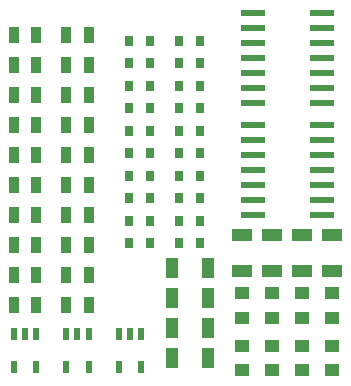
<source format=gbr>
G04 GENERATED BY PULSONIX 12.5 GERBER.DLL 9449*
G04 #@! TF.GenerationSoftware,Pulsonix,Pulsonix,12.5.9449*
G04 #@! TF.CreationDate,2024-02-09T14:36:55--1:00*
G04 #@! TF.Part,Single*
%FSLAX35Y35*%
%LPD*%
%MOMM*%
G04 #@! TF.FileFunction,Paste,Top*
G04 #@! TF.FilePolarity,Positive*
G04 #@! TA.AperFunction,SMDPad,CuDef*
%ADD20R,0.90000X1.40000*%
%ADD76R,1.00000X1.80000*%
%ADD77R,1.80000X1.00000*%
%ADD89R,0.80000X0.90000*%
%ADD90R,1.20000X1.10000*%
%ADD91R,0.60000X1.05000*%
%ADD93R,2.00000X0.60000*%
G04 #@! TD.AperFunction*
X0Y0D02*
D02*
D20*
X606750Y1722000D03*
Y1976000D03*
Y2230000D03*
Y2484000D03*
Y2738000D03*
Y2992000D03*
Y3246000D03*
Y3500000D03*
Y3754000D03*
Y4008000D03*
X797250Y1722000D03*
Y1976000D03*
Y2230000D03*
Y2484000D03*
Y2738000D03*
Y2992000D03*
Y3246000D03*
Y3500000D03*
Y3754000D03*
Y4008000D03*
X1051250Y1722000D03*
Y1976000D03*
Y2230000D03*
Y2484000D03*
Y2738000D03*
Y2992000D03*
Y3246000D03*
Y3500000D03*
Y3754000D03*
Y4008000D03*
X1241750Y1722000D03*
Y1976000D03*
Y2230000D03*
Y2484000D03*
Y2738000D03*
Y2992000D03*
Y3246000D03*
Y3500000D03*
Y3754000D03*
Y4008000D03*
D02*
D76*
X1948700Y1277500D03*
Y1531500D03*
Y1785500D03*
Y2039500D03*
X2248700Y1277500D03*
Y1531500D03*
Y1785500D03*
Y2039500D03*
D02*
D77*
X2543500Y2016800D03*
Y2316800D03*
X2797500Y2016800D03*
Y2316800D03*
X3051500Y2016800D03*
Y2316800D03*
X3305500Y2016800D03*
Y2316800D03*
D02*
D89*
X1587100Y2247500D03*
Y2438000D03*
Y2628500D03*
Y2819000D03*
Y3009500D03*
Y3200000D03*
Y3390500D03*
Y3581000D03*
Y3771500D03*
Y3962000D03*
X1764900Y2247500D03*
Y2438000D03*
Y2628500D03*
Y2819000D03*
Y3009500D03*
Y3200000D03*
Y3390500D03*
Y3581000D03*
Y3771500D03*
Y3962000D03*
X2010100Y2247500D03*
Y2438000D03*
Y2628500D03*
Y2819000D03*
Y3009500D03*
Y3200000D03*
Y3390500D03*
Y3581000D03*
Y3771500D03*
Y3962000D03*
X2187900Y2247500D03*
Y2438000D03*
Y2628500D03*
Y2819000D03*
Y3009500D03*
Y3200000D03*
Y3390500D03*
Y3581000D03*
Y3771500D03*
Y3962000D03*
D02*
D90*
X2543500Y1172500D03*
Y1382500D03*
Y1617000D03*
Y1827000D03*
X2797500Y1172500D03*
Y1382500D03*
Y1617000D03*
Y1827000D03*
X3051500Y1172500D03*
Y1382500D03*
Y1617000D03*
Y1827000D03*
X3305500Y1172500D03*
Y1382500D03*
Y1617000D03*
Y1827000D03*
D02*
D91*
X607004Y1203865D03*
Y1478135D03*
X702000D03*
X796996Y1203865D03*
Y1478135D03*
X1051504Y1203865D03*
Y1478135D03*
X1146500D03*
X1241496Y1203865D03*
Y1478135D03*
X1496004Y1203865D03*
Y1478135D03*
X1591000D03*
X1685996Y1203865D03*
Y1478135D03*
D02*
D93*
X2632000Y2484000D03*
Y2611000D03*
Y2738000D03*
Y2865000D03*
Y2992000D03*
Y3119000D03*
Y3246000D03*
Y3436500D03*
Y3563500D03*
Y3690500D03*
Y3817500D03*
Y3944500D03*
Y4071500D03*
Y4198500D03*
X3217000Y2484000D03*
Y2611000D03*
Y2738000D03*
Y2865000D03*
Y2992000D03*
Y3119000D03*
Y3246000D03*
Y3436500D03*
Y3563500D03*
Y3690500D03*
Y3817500D03*
Y3944500D03*
Y4071500D03*
Y4198500D03*
X0Y0D02*
M02*

</source>
